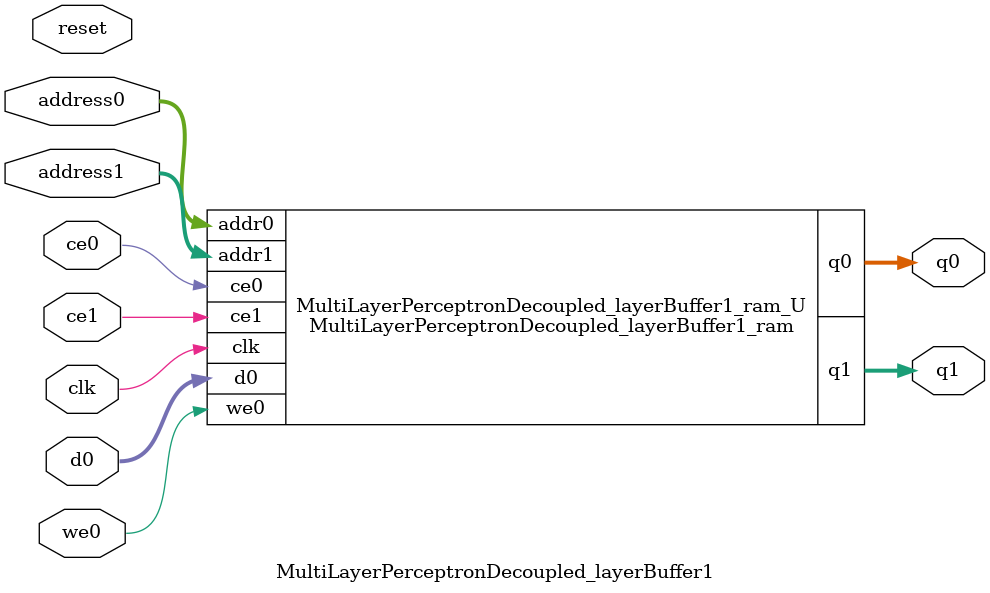
<source format=v>
`timescale 1 ns / 1 ps
module MultiLayerPerceptronDecoupled_layerBuffer1_ram (addr0, ce0, d0, we0, q0, addr1, ce1, q1,  clk);

parameter DWIDTH = 32;
parameter AWIDTH = 5;
parameter MEM_SIZE = 32;

input[AWIDTH-1:0] addr0;
input ce0;
input[DWIDTH-1:0] d0;
input we0;
output reg[DWIDTH-1:0] q0;
input[AWIDTH-1:0] addr1;
input ce1;
output reg[DWIDTH-1:0] q1;
input clk;

(* ram_style = "block" *)reg [DWIDTH-1:0] ram[0:MEM_SIZE-1];




always @(posedge clk)  
begin 
    if (ce0) begin
        if (we0) 
            ram[addr0] <= d0; 
        q0 <= ram[addr0];
    end
end


always @(posedge clk)  
begin 
    if (ce1) begin
        q1 <= ram[addr1];
    end
end


endmodule

`timescale 1 ns / 1 ps
module MultiLayerPerceptronDecoupled_layerBuffer1(
    reset,
    clk,
    address0,
    ce0,
    we0,
    d0,
    q0,
    address1,
    ce1,
    q1);

parameter DataWidth = 32'd32;
parameter AddressRange = 32'd32;
parameter AddressWidth = 32'd5;
input reset;
input clk;
input[AddressWidth - 1:0] address0;
input ce0;
input we0;
input[DataWidth - 1:0] d0;
output[DataWidth - 1:0] q0;
input[AddressWidth - 1:0] address1;
input ce1;
output[DataWidth - 1:0] q1;



MultiLayerPerceptronDecoupled_layerBuffer1_ram MultiLayerPerceptronDecoupled_layerBuffer1_ram_U(
    .clk( clk ),
    .addr0( address0 ),
    .ce0( ce0 ),
    .we0( we0 ),
    .d0( d0 ),
    .q0( q0 ),
    .addr1( address1 ),
    .ce1( ce1 ),
    .q1( q1 ));

endmodule


</source>
